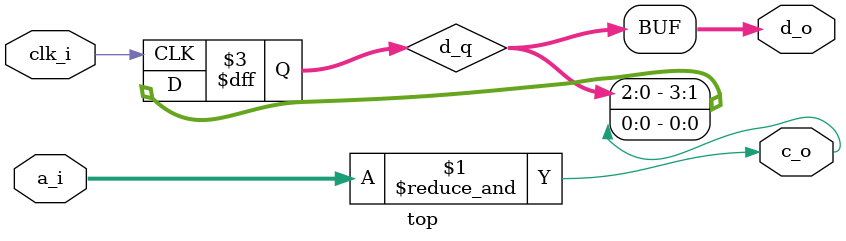
<source format=v>
module top (
  input clk_i,
  input [11:0] a_i,
  output c_o,
  output [3:0] d_o
);
  reg [3:0] d_q;

  assign c_o = &a_i;
  assign d_o = d_q;

  always @(posedge clk_i) begin
    d_q[0] <= c_o;
    d_q[3:1] <= d_q[2:0];
  end
  
endmodule

</source>
